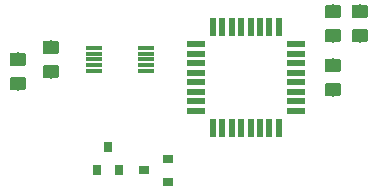
<source format=gbp>
G04 #@! TF.GenerationSoftware,KiCad,Pcbnew,5.1.2*
G04 #@! TF.CreationDate,2019-05-31T13:26:26+02:00*
G04 #@! TF.ProjectId,solarcampi,736f6c61-7263-4616-9d70-692e6b696361,1.0.8*
G04 #@! TF.SameCoordinates,Original*
G04 #@! TF.FileFunction,Paste,Bot*
G04 #@! TF.FilePolarity,Positive*
%FSLAX46Y46*%
G04 Gerber Fmt 4.6, Leading zero omitted, Abs format (unit mm)*
G04 Created by KiCad (PCBNEW 5.1.2) date 2019-05-31 13:26:26*
%MOMM*%
%LPD*%
G04 APERTURE LIST*
%ADD10R,1.600000X0.550000*%
%ADD11R,0.550000X1.600000*%
%ADD12R,1.400000X0.300000*%
%ADD13C,0.100000*%
%ADD14C,1.150000*%
%ADD15R,0.900000X0.800000*%
%ADD16R,0.800000X0.900000*%
G04 APERTURE END LIST*
D10*
X100262000Y-60192000D03*
X100262000Y-60992000D03*
X100262000Y-61792000D03*
X100262000Y-62592000D03*
X100262000Y-63392000D03*
X100262000Y-64192000D03*
X100262000Y-64992000D03*
X100262000Y-65792000D03*
D11*
X98812000Y-67242000D03*
X98012000Y-67242000D03*
X97212000Y-67242000D03*
X96412000Y-67242000D03*
X95612000Y-67242000D03*
X94812000Y-67242000D03*
X94012000Y-67242000D03*
X93212000Y-67242000D03*
D10*
X91762000Y-65792000D03*
X91762000Y-64992000D03*
X91762000Y-64192000D03*
X91762000Y-63392000D03*
X91762000Y-62592000D03*
X91762000Y-61792000D03*
X91762000Y-60992000D03*
X91762000Y-60192000D03*
D11*
X93212000Y-58742000D03*
X94012000Y-58742000D03*
X94812000Y-58742000D03*
X95612000Y-58742000D03*
X96412000Y-58742000D03*
X97212000Y-58742000D03*
X98012000Y-58742000D03*
X98812000Y-58742000D03*
D12*
X83144000Y-60468000D03*
X83144000Y-60968000D03*
X83144000Y-61468000D03*
X83144000Y-61968000D03*
X83144000Y-62468000D03*
X87544000Y-62468000D03*
X87544000Y-61968000D03*
X87544000Y-61468000D03*
X87544000Y-60968000D03*
X87544000Y-60468000D03*
D13*
G36*
X106138505Y-56821204D02*
G01*
X106162773Y-56824804D01*
X106186572Y-56830765D01*
X106209671Y-56839030D01*
X106231850Y-56849520D01*
X106252893Y-56862132D01*
X106272599Y-56876747D01*
X106290777Y-56893223D01*
X106307253Y-56911401D01*
X106321868Y-56931107D01*
X106334480Y-56952150D01*
X106344970Y-56974329D01*
X106353235Y-56997428D01*
X106359196Y-57021227D01*
X106362796Y-57045495D01*
X106364000Y-57069999D01*
X106364000Y-57720001D01*
X106362796Y-57744505D01*
X106359196Y-57768773D01*
X106353235Y-57792572D01*
X106344970Y-57815671D01*
X106334480Y-57837850D01*
X106321868Y-57858893D01*
X106307253Y-57878599D01*
X106290777Y-57896777D01*
X106272599Y-57913253D01*
X106252893Y-57927868D01*
X106231850Y-57940480D01*
X106209671Y-57950970D01*
X106186572Y-57959235D01*
X106162773Y-57965196D01*
X106138505Y-57968796D01*
X106114001Y-57970000D01*
X105213999Y-57970000D01*
X105189495Y-57968796D01*
X105165227Y-57965196D01*
X105141428Y-57959235D01*
X105118329Y-57950970D01*
X105096150Y-57940480D01*
X105075107Y-57927868D01*
X105055401Y-57913253D01*
X105037223Y-57896777D01*
X105020747Y-57878599D01*
X105006132Y-57858893D01*
X104993520Y-57837850D01*
X104983030Y-57815671D01*
X104974765Y-57792572D01*
X104968804Y-57768773D01*
X104965204Y-57744505D01*
X104964000Y-57720001D01*
X104964000Y-57069999D01*
X104965204Y-57045495D01*
X104968804Y-57021227D01*
X104974765Y-56997428D01*
X104983030Y-56974329D01*
X104993520Y-56952150D01*
X105006132Y-56931107D01*
X105020747Y-56911401D01*
X105037223Y-56893223D01*
X105055401Y-56876747D01*
X105075107Y-56862132D01*
X105096150Y-56849520D01*
X105118329Y-56839030D01*
X105141428Y-56830765D01*
X105165227Y-56824804D01*
X105189495Y-56821204D01*
X105213999Y-56820000D01*
X106114001Y-56820000D01*
X106138505Y-56821204D01*
X106138505Y-56821204D01*
G37*
D14*
X105664000Y-57395000D03*
D13*
G36*
X106138505Y-58871204D02*
G01*
X106162773Y-58874804D01*
X106186572Y-58880765D01*
X106209671Y-58889030D01*
X106231850Y-58899520D01*
X106252893Y-58912132D01*
X106272599Y-58926747D01*
X106290777Y-58943223D01*
X106307253Y-58961401D01*
X106321868Y-58981107D01*
X106334480Y-59002150D01*
X106344970Y-59024329D01*
X106353235Y-59047428D01*
X106359196Y-59071227D01*
X106362796Y-59095495D01*
X106364000Y-59119999D01*
X106364000Y-59770001D01*
X106362796Y-59794505D01*
X106359196Y-59818773D01*
X106353235Y-59842572D01*
X106344970Y-59865671D01*
X106334480Y-59887850D01*
X106321868Y-59908893D01*
X106307253Y-59928599D01*
X106290777Y-59946777D01*
X106272599Y-59963253D01*
X106252893Y-59977868D01*
X106231850Y-59990480D01*
X106209671Y-60000970D01*
X106186572Y-60009235D01*
X106162773Y-60015196D01*
X106138505Y-60018796D01*
X106114001Y-60020000D01*
X105213999Y-60020000D01*
X105189495Y-60018796D01*
X105165227Y-60015196D01*
X105141428Y-60009235D01*
X105118329Y-60000970D01*
X105096150Y-59990480D01*
X105075107Y-59977868D01*
X105055401Y-59963253D01*
X105037223Y-59946777D01*
X105020747Y-59928599D01*
X105006132Y-59908893D01*
X104993520Y-59887850D01*
X104983030Y-59865671D01*
X104974765Y-59842572D01*
X104968804Y-59818773D01*
X104965204Y-59794505D01*
X104964000Y-59770001D01*
X104964000Y-59119999D01*
X104965204Y-59095495D01*
X104968804Y-59071227D01*
X104974765Y-59047428D01*
X104983030Y-59024329D01*
X104993520Y-59002150D01*
X105006132Y-58981107D01*
X105020747Y-58961401D01*
X105037223Y-58943223D01*
X105055401Y-58926747D01*
X105075107Y-58912132D01*
X105096150Y-58899520D01*
X105118329Y-58889030D01*
X105141428Y-58880765D01*
X105165227Y-58874804D01*
X105189495Y-58871204D01*
X105213999Y-58870000D01*
X106114001Y-58870000D01*
X106138505Y-58871204D01*
X106138505Y-58871204D01*
G37*
D14*
X105664000Y-59445000D03*
D15*
X87392000Y-70866000D03*
X89392000Y-71816000D03*
X89392000Y-69916000D03*
D16*
X84328000Y-68850000D03*
X83378000Y-70850000D03*
X85278000Y-70850000D03*
D13*
G36*
X103852505Y-58880204D02*
G01*
X103876773Y-58883804D01*
X103900572Y-58889765D01*
X103923671Y-58898030D01*
X103945850Y-58908520D01*
X103966893Y-58921132D01*
X103986599Y-58935747D01*
X104004777Y-58952223D01*
X104021253Y-58970401D01*
X104035868Y-58990107D01*
X104048480Y-59011150D01*
X104058970Y-59033329D01*
X104067235Y-59056428D01*
X104073196Y-59080227D01*
X104076796Y-59104495D01*
X104078000Y-59128999D01*
X104078000Y-59779001D01*
X104076796Y-59803505D01*
X104073196Y-59827773D01*
X104067235Y-59851572D01*
X104058970Y-59874671D01*
X104048480Y-59896850D01*
X104035868Y-59917893D01*
X104021253Y-59937599D01*
X104004777Y-59955777D01*
X103986599Y-59972253D01*
X103966893Y-59986868D01*
X103945850Y-59999480D01*
X103923671Y-60009970D01*
X103900572Y-60018235D01*
X103876773Y-60024196D01*
X103852505Y-60027796D01*
X103828001Y-60029000D01*
X102927999Y-60029000D01*
X102903495Y-60027796D01*
X102879227Y-60024196D01*
X102855428Y-60018235D01*
X102832329Y-60009970D01*
X102810150Y-59999480D01*
X102789107Y-59986868D01*
X102769401Y-59972253D01*
X102751223Y-59955777D01*
X102734747Y-59937599D01*
X102720132Y-59917893D01*
X102707520Y-59896850D01*
X102697030Y-59874671D01*
X102688765Y-59851572D01*
X102682804Y-59827773D01*
X102679204Y-59803505D01*
X102678000Y-59779001D01*
X102678000Y-59128999D01*
X102679204Y-59104495D01*
X102682804Y-59080227D01*
X102688765Y-59056428D01*
X102697030Y-59033329D01*
X102707520Y-59011150D01*
X102720132Y-58990107D01*
X102734747Y-58970401D01*
X102751223Y-58952223D01*
X102769401Y-58935747D01*
X102789107Y-58921132D01*
X102810150Y-58908520D01*
X102832329Y-58898030D01*
X102855428Y-58889765D01*
X102879227Y-58883804D01*
X102903495Y-58880204D01*
X102927999Y-58879000D01*
X103828001Y-58879000D01*
X103852505Y-58880204D01*
X103852505Y-58880204D01*
G37*
D14*
X103378000Y-59454000D03*
D13*
G36*
X103852505Y-56830204D02*
G01*
X103876773Y-56833804D01*
X103900572Y-56839765D01*
X103923671Y-56848030D01*
X103945850Y-56858520D01*
X103966893Y-56871132D01*
X103986599Y-56885747D01*
X104004777Y-56902223D01*
X104021253Y-56920401D01*
X104035868Y-56940107D01*
X104048480Y-56961150D01*
X104058970Y-56983329D01*
X104067235Y-57006428D01*
X104073196Y-57030227D01*
X104076796Y-57054495D01*
X104078000Y-57078999D01*
X104078000Y-57729001D01*
X104076796Y-57753505D01*
X104073196Y-57777773D01*
X104067235Y-57801572D01*
X104058970Y-57824671D01*
X104048480Y-57846850D01*
X104035868Y-57867893D01*
X104021253Y-57887599D01*
X104004777Y-57905777D01*
X103986599Y-57922253D01*
X103966893Y-57936868D01*
X103945850Y-57949480D01*
X103923671Y-57959970D01*
X103900572Y-57968235D01*
X103876773Y-57974196D01*
X103852505Y-57977796D01*
X103828001Y-57979000D01*
X102927999Y-57979000D01*
X102903495Y-57977796D01*
X102879227Y-57974196D01*
X102855428Y-57968235D01*
X102832329Y-57959970D01*
X102810150Y-57949480D01*
X102789107Y-57936868D01*
X102769401Y-57922253D01*
X102751223Y-57905777D01*
X102734747Y-57887599D01*
X102720132Y-57867893D01*
X102707520Y-57846850D01*
X102697030Y-57824671D01*
X102688765Y-57801572D01*
X102682804Y-57777773D01*
X102679204Y-57753505D01*
X102678000Y-57729001D01*
X102678000Y-57078999D01*
X102679204Y-57054495D01*
X102682804Y-57030227D01*
X102688765Y-57006428D01*
X102697030Y-56983329D01*
X102707520Y-56961150D01*
X102720132Y-56940107D01*
X102734747Y-56920401D01*
X102751223Y-56902223D01*
X102769401Y-56885747D01*
X102789107Y-56871132D01*
X102810150Y-56858520D01*
X102832329Y-56848030D01*
X102855428Y-56839765D01*
X102879227Y-56833804D01*
X102903495Y-56830204D01*
X102927999Y-56829000D01*
X103828001Y-56829000D01*
X103852505Y-56830204D01*
X103852505Y-56830204D01*
G37*
D14*
X103378000Y-57404000D03*
D13*
G36*
X79976505Y-59869204D02*
G01*
X80000773Y-59872804D01*
X80024572Y-59878765D01*
X80047671Y-59887030D01*
X80069850Y-59897520D01*
X80090893Y-59910132D01*
X80110599Y-59924747D01*
X80128777Y-59941223D01*
X80145253Y-59959401D01*
X80159868Y-59979107D01*
X80172480Y-60000150D01*
X80182970Y-60022329D01*
X80191235Y-60045428D01*
X80197196Y-60069227D01*
X80200796Y-60093495D01*
X80202000Y-60117999D01*
X80202000Y-60768001D01*
X80200796Y-60792505D01*
X80197196Y-60816773D01*
X80191235Y-60840572D01*
X80182970Y-60863671D01*
X80172480Y-60885850D01*
X80159868Y-60906893D01*
X80145253Y-60926599D01*
X80128777Y-60944777D01*
X80110599Y-60961253D01*
X80090893Y-60975868D01*
X80069850Y-60988480D01*
X80047671Y-60998970D01*
X80024572Y-61007235D01*
X80000773Y-61013196D01*
X79976505Y-61016796D01*
X79952001Y-61018000D01*
X79051999Y-61018000D01*
X79027495Y-61016796D01*
X79003227Y-61013196D01*
X78979428Y-61007235D01*
X78956329Y-60998970D01*
X78934150Y-60988480D01*
X78913107Y-60975868D01*
X78893401Y-60961253D01*
X78875223Y-60944777D01*
X78858747Y-60926599D01*
X78844132Y-60906893D01*
X78831520Y-60885850D01*
X78821030Y-60863671D01*
X78812765Y-60840572D01*
X78806804Y-60816773D01*
X78803204Y-60792505D01*
X78802000Y-60768001D01*
X78802000Y-60117999D01*
X78803204Y-60093495D01*
X78806804Y-60069227D01*
X78812765Y-60045428D01*
X78821030Y-60022329D01*
X78831520Y-60000150D01*
X78844132Y-59979107D01*
X78858747Y-59959401D01*
X78875223Y-59941223D01*
X78893401Y-59924747D01*
X78913107Y-59910132D01*
X78934150Y-59897520D01*
X78956329Y-59887030D01*
X78979428Y-59878765D01*
X79003227Y-59872804D01*
X79027495Y-59869204D01*
X79051999Y-59868000D01*
X79952001Y-59868000D01*
X79976505Y-59869204D01*
X79976505Y-59869204D01*
G37*
D14*
X79502000Y-60443000D03*
D13*
G36*
X79976505Y-61919204D02*
G01*
X80000773Y-61922804D01*
X80024572Y-61928765D01*
X80047671Y-61937030D01*
X80069850Y-61947520D01*
X80090893Y-61960132D01*
X80110599Y-61974747D01*
X80128777Y-61991223D01*
X80145253Y-62009401D01*
X80159868Y-62029107D01*
X80172480Y-62050150D01*
X80182970Y-62072329D01*
X80191235Y-62095428D01*
X80197196Y-62119227D01*
X80200796Y-62143495D01*
X80202000Y-62167999D01*
X80202000Y-62818001D01*
X80200796Y-62842505D01*
X80197196Y-62866773D01*
X80191235Y-62890572D01*
X80182970Y-62913671D01*
X80172480Y-62935850D01*
X80159868Y-62956893D01*
X80145253Y-62976599D01*
X80128777Y-62994777D01*
X80110599Y-63011253D01*
X80090893Y-63025868D01*
X80069850Y-63038480D01*
X80047671Y-63048970D01*
X80024572Y-63057235D01*
X80000773Y-63063196D01*
X79976505Y-63066796D01*
X79952001Y-63068000D01*
X79051999Y-63068000D01*
X79027495Y-63066796D01*
X79003227Y-63063196D01*
X78979428Y-63057235D01*
X78956329Y-63048970D01*
X78934150Y-63038480D01*
X78913107Y-63025868D01*
X78893401Y-63011253D01*
X78875223Y-62994777D01*
X78858747Y-62976599D01*
X78844132Y-62956893D01*
X78831520Y-62935850D01*
X78821030Y-62913671D01*
X78812765Y-62890572D01*
X78806804Y-62866773D01*
X78803204Y-62842505D01*
X78802000Y-62818001D01*
X78802000Y-62167999D01*
X78803204Y-62143495D01*
X78806804Y-62119227D01*
X78812765Y-62095428D01*
X78821030Y-62072329D01*
X78831520Y-62050150D01*
X78844132Y-62029107D01*
X78858747Y-62009401D01*
X78875223Y-61991223D01*
X78893401Y-61974747D01*
X78913107Y-61960132D01*
X78934150Y-61947520D01*
X78956329Y-61937030D01*
X78979428Y-61928765D01*
X79003227Y-61922804D01*
X79027495Y-61919204D01*
X79051999Y-61918000D01*
X79952001Y-61918000D01*
X79976505Y-61919204D01*
X79976505Y-61919204D01*
G37*
D14*
X79502000Y-62493000D03*
D13*
G36*
X103852505Y-61393204D02*
G01*
X103876773Y-61396804D01*
X103900572Y-61402765D01*
X103923671Y-61411030D01*
X103945850Y-61421520D01*
X103966893Y-61434132D01*
X103986599Y-61448747D01*
X104004777Y-61465223D01*
X104021253Y-61483401D01*
X104035868Y-61503107D01*
X104048480Y-61524150D01*
X104058970Y-61546329D01*
X104067235Y-61569428D01*
X104073196Y-61593227D01*
X104076796Y-61617495D01*
X104078000Y-61641999D01*
X104078000Y-62292001D01*
X104076796Y-62316505D01*
X104073196Y-62340773D01*
X104067235Y-62364572D01*
X104058970Y-62387671D01*
X104048480Y-62409850D01*
X104035868Y-62430893D01*
X104021253Y-62450599D01*
X104004777Y-62468777D01*
X103986599Y-62485253D01*
X103966893Y-62499868D01*
X103945850Y-62512480D01*
X103923671Y-62522970D01*
X103900572Y-62531235D01*
X103876773Y-62537196D01*
X103852505Y-62540796D01*
X103828001Y-62542000D01*
X102927999Y-62542000D01*
X102903495Y-62540796D01*
X102879227Y-62537196D01*
X102855428Y-62531235D01*
X102832329Y-62522970D01*
X102810150Y-62512480D01*
X102789107Y-62499868D01*
X102769401Y-62485253D01*
X102751223Y-62468777D01*
X102734747Y-62450599D01*
X102720132Y-62430893D01*
X102707520Y-62409850D01*
X102697030Y-62387671D01*
X102688765Y-62364572D01*
X102682804Y-62340773D01*
X102679204Y-62316505D01*
X102678000Y-62292001D01*
X102678000Y-61641999D01*
X102679204Y-61617495D01*
X102682804Y-61593227D01*
X102688765Y-61569428D01*
X102697030Y-61546329D01*
X102707520Y-61524150D01*
X102720132Y-61503107D01*
X102734747Y-61483401D01*
X102751223Y-61465223D01*
X102769401Y-61448747D01*
X102789107Y-61434132D01*
X102810150Y-61421520D01*
X102832329Y-61411030D01*
X102855428Y-61402765D01*
X102879227Y-61396804D01*
X102903495Y-61393204D01*
X102927999Y-61392000D01*
X103828001Y-61392000D01*
X103852505Y-61393204D01*
X103852505Y-61393204D01*
G37*
D14*
X103378000Y-61967000D03*
D13*
G36*
X103852505Y-63443204D02*
G01*
X103876773Y-63446804D01*
X103900572Y-63452765D01*
X103923671Y-63461030D01*
X103945850Y-63471520D01*
X103966893Y-63484132D01*
X103986599Y-63498747D01*
X104004777Y-63515223D01*
X104021253Y-63533401D01*
X104035868Y-63553107D01*
X104048480Y-63574150D01*
X104058970Y-63596329D01*
X104067235Y-63619428D01*
X104073196Y-63643227D01*
X104076796Y-63667495D01*
X104078000Y-63691999D01*
X104078000Y-64342001D01*
X104076796Y-64366505D01*
X104073196Y-64390773D01*
X104067235Y-64414572D01*
X104058970Y-64437671D01*
X104048480Y-64459850D01*
X104035868Y-64480893D01*
X104021253Y-64500599D01*
X104004777Y-64518777D01*
X103986599Y-64535253D01*
X103966893Y-64549868D01*
X103945850Y-64562480D01*
X103923671Y-64572970D01*
X103900572Y-64581235D01*
X103876773Y-64587196D01*
X103852505Y-64590796D01*
X103828001Y-64592000D01*
X102927999Y-64592000D01*
X102903495Y-64590796D01*
X102879227Y-64587196D01*
X102855428Y-64581235D01*
X102832329Y-64572970D01*
X102810150Y-64562480D01*
X102789107Y-64549868D01*
X102769401Y-64535253D01*
X102751223Y-64518777D01*
X102734747Y-64500599D01*
X102720132Y-64480893D01*
X102707520Y-64459850D01*
X102697030Y-64437671D01*
X102688765Y-64414572D01*
X102682804Y-64390773D01*
X102679204Y-64366505D01*
X102678000Y-64342001D01*
X102678000Y-63691999D01*
X102679204Y-63667495D01*
X102682804Y-63643227D01*
X102688765Y-63619428D01*
X102697030Y-63596329D01*
X102707520Y-63574150D01*
X102720132Y-63553107D01*
X102734747Y-63533401D01*
X102751223Y-63515223D01*
X102769401Y-63498747D01*
X102789107Y-63484132D01*
X102810150Y-63471520D01*
X102832329Y-63461030D01*
X102855428Y-63452765D01*
X102879227Y-63446804D01*
X102903495Y-63443204D01*
X102927999Y-63442000D01*
X103828001Y-63442000D01*
X103852505Y-63443204D01*
X103852505Y-63443204D01*
G37*
D14*
X103378000Y-64017000D03*
D13*
G36*
X77182505Y-62935204D02*
G01*
X77206773Y-62938804D01*
X77230572Y-62944765D01*
X77253671Y-62953030D01*
X77275850Y-62963520D01*
X77296893Y-62976132D01*
X77316599Y-62990747D01*
X77334777Y-63007223D01*
X77351253Y-63025401D01*
X77365868Y-63045107D01*
X77378480Y-63066150D01*
X77388970Y-63088329D01*
X77397235Y-63111428D01*
X77403196Y-63135227D01*
X77406796Y-63159495D01*
X77408000Y-63183999D01*
X77408000Y-63834001D01*
X77406796Y-63858505D01*
X77403196Y-63882773D01*
X77397235Y-63906572D01*
X77388970Y-63929671D01*
X77378480Y-63951850D01*
X77365868Y-63972893D01*
X77351253Y-63992599D01*
X77334777Y-64010777D01*
X77316599Y-64027253D01*
X77296893Y-64041868D01*
X77275850Y-64054480D01*
X77253671Y-64064970D01*
X77230572Y-64073235D01*
X77206773Y-64079196D01*
X77182505Y-64082796D01*
X77158001Y-64084000D01*
X76257999Y-64084000D01*
X76233495Y-64082796D01*
X76209227Y-64079196D01*
X76185428Y-64073235D01*
X76162329Y-64064970D01*
X76140150Y-64054480D01*
X76119107Y-64041868D01*
X76099401Y-64027253D01*
X76081223Y-64010777D01*
X76064747Y-63992599D01*
X76050132Y-63972893D01*
X76037520Y-63951850D01*
X76027030Y-63929671D01*
X76018765Y-63906572D01*
X76012804Y-63882773D01*
X76009204Y-63858505D01*
X76008000Y-63834001D01*
X76008000Y-63183999D01*
X76009204Y-63159495D01*
X76012804Y-63135227D01*
X76018765Y-63111428D01*
X76027030Y-63088329D01*
X76037520Y-63066150D01*
X76050132Y-63045107D01*
X76064747Y-63025401D01*
X76081223Y-63007223D01*
X76099401Y-62990747D01*
X76119107Y-62976132D01*
X76140150Y-62963520D01*
X76162329Y-62953030D01*
X76185428Y-62944765D01*
X76209227Y-62938804D01*
X76233495Y-62935204D01*
X76257999Y-62934000D01*
X77158001Y-62934000D01*
X77182505Y-62935204D01*
X77182505Y-62935204D01*
G37*
D14*
X76708000Y-63509000D03*
D13*
G36*
X77182505Y-60885204D02*
G01*
X77206773Y-60888804D01*
X77230572Y-60894765D01*
X77253671Y-60903030D01*
X77275850Y-60913520D01*
X77296893Y-60926132D01*
X77316599Y-60940747D01*
X77334777Y-60957223D01*
X77351253Y-60975401D01*
X77365868Y-60995107D01*
X77378480Y-61016150D01*
X77388970Y-61038329D01*
X77397235Y-61061428D01*
X77403196Y-61085227D01*
X77406796Y-61109495D01*
X77408000Y-61133999D01*
X77408000Y-61784001D01*
X77406796Y-61808505D01*
X77403196Y-61832773D01*
X77397235Y-61856572D01*
X77388970Y-61879671D01*
X77378480Y-61901850D01*
X77365868Y-61922893D01*
X77351253Y-61942599D01*
X77334777Y-61960777D01*
X77316599Y-61977253D01*
X77296893Y-61991868D01*
X77275850Y-62004480D01*
X77253671Y-62014970D01*
X77230572Y-62023235D01*
X77206773Y-62029196D01*
X77182505Y-62032796D01*
X77158001Y-62034000D01*
X76257999Y-62034000D01*
X76233495Y-62032796D01*
X76209227Y-62029196D01*
X76185428Y-62023235D01*
X76162329Y-62014970D01*
X76140150Y-62004480D01*
X76119107Y-61991868D01*
X76099401Y-61977253D01*
X76081223Y-61960777D01*
X76064747Y-61942599D01*
X76050132Y-61922893D01*
X76037520Y-61901850D01*
X76027030Y-61879671D01*
X76018765Y-61856572D01*
X76012804Y-61832773D01*
X76009204Y-61808505D01*
X76008000Y-61784001D01*
X76008000Y-61133999D01*
X76009204Y-61109495D01*
X76012804Y-61085227D01*
X76018765Y-61061428D01*
X76027030Y-61038329D01*
X76037520Y-61016150D01*
X76050132Y-60995107D01*
X76064747Y-60975401D01*
X76081223Y-60957223D01*
X76099401Y-60940747D01*
X76119107Y-60926132D01*
X76140150Y-60913520D01*
X76162329Y-60903030D01*
X76185428Y-60894765D01*
X76209227Y-60888804D01*
X76233495Y-60885204D01*
X76257999Y-60884000D01*
X77158001Y-60884000D01*
X77182505Y-60885204D01*
X77182505Y-60885204D01*
G37*
D14*
X76708000Y-61459000D03*
M02*

</source>
